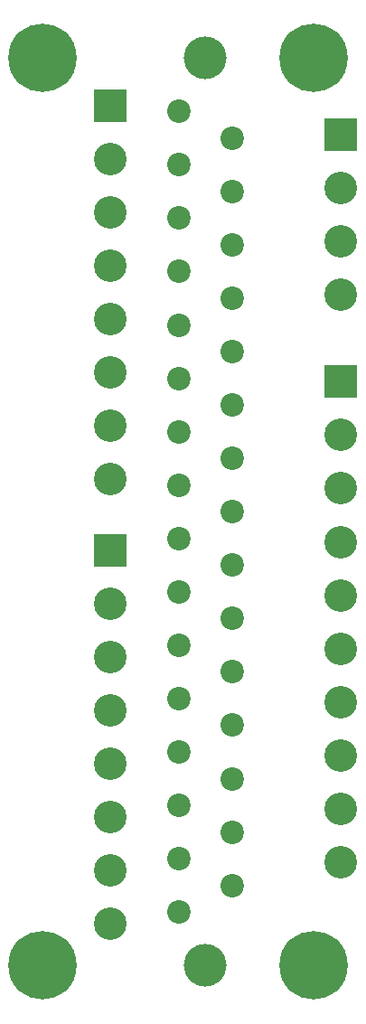
<source format=gbs>
%TF.GenerationSoftware,KiCad,Pcbnew,(6.0.7)*%
%TF.CreationDate,2026-02-23T19:25:28+01:00*%
%TF.ProjectId,FSZ_BP,46535a5f-4250-42e6-9b69-6361645f7063,0438 -*%
%TF.SameCoordinates,Original*%
%TF.FileFunction,Soldermask,Bot*%
%TF.FilePolarity,Negative*%
%FSLAX46Y46*%
G04 Gerber Fmt 4.6, Leading zero omitted, Abs format (unit mm)*
G04 Created by KiCad (PCBNEW (6.0.7)) date 2026-02-23 19:25:28*
%MOMM*%
%LPD*%
G01*
G04 APERTURE LIST*
%ADD10C,6.400800*%
%ADD11R,3.048000X3.048000*%
%ADD12C,3.048000*%
%ADD13C,2.200000*%
%ADD14C,4.000000*%
G04 APERTURE END LIST*
D10*
%TO.C,HOLE*%
X48760000Y-109900000D03*
%TD*%
%TO.C,HOLE*%
X74160000Y-109900000D03*
%TD*%
D11*
%TO.C,P4*%
X76700000Y-140220000D03*
D12*
X76700000Y-145218720D03*
X76700000Y-150219980D03*
X76700000Y-155218700D03*
X76700000Y-160219960D03*
X76700000Y-165218680D03*
X76700000Y-170219940D03*
X76700000Y-175218660D03*
X76700000Y-180220000D03*
X76700000Y-185220000D03*
%TD*%
D10*
%TO.C,HOLE*%
X74160000Y-194900000D03*
%TD*%
D11*
%TO.C,P1*%
X76700000Y-117040640D03*
D12*
X76700000Y-122039360D03*
X76700000Y-127040620D03*
X76700000Y-132039340D03*
%TD*%
D11*
%TO.C,P3*%
X55110000Y-155982640D03*
D12*
X55110000Y-160981360D03*
X55110000Y-165982620D03*
X55110000Y-170981340D03*
X55110000Y-175982600D03*
X55110000Y-180981320D03*
X55110000Y-185982580D03*
X55110000Y-190981300D03*
%TD*%
D11*
%TO.C,P2*%
X55110000Y-114326640D03*
D12*
X55110000Y-119325360D03*
X55110000Y-124326620D03*
X55110000Y-129325340D03*
X55110000Y-134326600D03*
X55110000Y-139325320D03*
X55110000Y-144326580D03*
X55110000Y-149325300D03*
%TD*%
D10*
%TO.C,HOLE*%
X48760000Y-194900000D03*
%TD*%
D13*
%TO.C,K1*%
X61500000Y-114900000D03*
X66500000Y-117400000D03*
X61500000Y-119900000D03*
X66500000Y-122400000D03*
X61500000Y-124900000D03*
X66500000Y-127400000D03*
X61500000Y-129900000D03*
X66500000Y-132400000D03*
X61500000Y-134900000D03*
X66500000Y-137400000D03*
X61500000Y-139900000D03*
X66500000Y-142400000D03*
X61500000Y-144900000D03*
X66500000Y-147400000D03*
X61500000Y-149900000D03*
X66500000Y-152400000D03*
X61500000Y-154900000D03*
X66500000Y-157400000D03*
X61500000Y-159900000D03*
X66500000Y-162400000D03*
X61500000Y-164900000D03*
X66500000Y-167400000D03*
X61500000Y-169900000D03*
X66500000Y-172400000D03*
X61500000Y-174900000D03*
X66500000Y-177401220D03*
X61500000Y-179900000D03*
X66500000Y-182399940D03*
X61500000Y-184900000D03*
X66500000Y-187400000D03*
X61500000Y-189900000D03*
D14*
X64000000Y-109900000D03*
X64000000Y-194900000D03*
%TD*%
M02*

</source>
